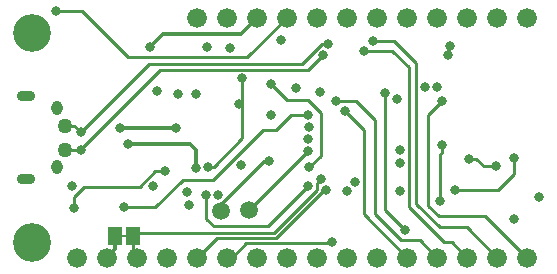
<source format=gbr>
%TF.GenerationSoftware,KiCad,Pcbnew,8.0.4-8.0.4-0~ubuntu22.04.1*%
%TF.CreationDate,2024-08-18T15:20:42-07:00*%
%TF.ProjectId,feather_M4_express,66656174-6865-4725-9f4d-345f65787072,rev?*%
%TF.SameCoordinates,Original*%
%TF.FileFunction,Copper,L4,Bot*%
%TF.FilePolarity,Positive*%
%FSLAX46Y46*%
G04 Gerber Fmt 4.6, Leading zero omitted, Abs format (unit mm)*
G04 Created by KiCad (PCBNEW 8.0.4-8.0.4-0~ubuntu22.04.1) date 2024-08-18 15:20:42*
%MOMM*%
%LPD*%
G01*
G04 APERTURE LIST*
G04 Aperture macros list*
%AMRoundRect*
0 Rectangle with rounded corners*
0 $1 Rounding radius*
0 $2 $3 $4 $5 $6 $7 $8 $9 X,Y pos of 4 corners*
0 Add a 4 corners polygon primitive as box body*
4,1,4,$2,$3,$4,$5,$6,$7,$8,$9,$2,$3,0*
0 Add four circle primitives for the rounded corners*
1,1,$1+$1,$2,$3*
1,1,$1+$1,$4,$5*
1,1,$1+$1,$6,$7*
1,1,$1+$1,$8,$9*
0 Add four rect primitives between the rounded corners*
20,1,$1+$1,$2,$3,$4,$5,0*
20,1,$1+$1,$4,$5,$6,$7,0*
20,1,$1+$1,$6,$7,$8,$9,0*
20,1,$1+$1,$8,$9,$2,$3,0*%
G04 Aperture macros list end*
%TA.AperFunction,ComponentPad*%
%ADD10O,1.550000X0.890000*%
%TD*%
%TA.AperFunction,ComponentPad*%
%ADD11O,0.950000X1.250000*%
%TD*%
%TA.AperFunction,ComponentPad*%
%ADD12C,3.200000*%
%TD*%
%TA.AperFunction,ComponentPad*%
%ADD13C,1.676400*%
%TD*%
%TA.AperFunction,SMDPad,CuDef*%
%ADD14RoundRect,0.750000X0.000010X0.000010X-0.000010X0.000010X-0.000010X-0.000010X0.000010X-0.000010X0*%
%TD*%
%TA.AperFunction,SMDPad,CuDef*%
%ADD15RoundRect,0.635000X0.000010X0.000010X-0.000010X0.000010X-0.000010X-0.000010X0.000010X-0.000010X0*%
%TD*%
%TA.AperFunction,SMDPad,CuDef*%
%ADD16R,1.168400X1.600200*%
%TD*%
%TA.AperFunction,SMDPad,CuDef*%
%ADD17R,0.635000X0.203200*%
%TD*%
%TA.AperFunction,ViaPad*%
%ADD18C,0.800000*%
%TD*%
%TA.AperFunction,ViaPad*%
%ADD19C,0.800100*%
%TD*%
%TA.AperFunction,ViaPad*%
%ADD20C,0.806400*%
%TD*%
%TA.AperFunction,Conductor*%
%ADD21C,0.254000*%
%TD*%
%TA.AperFunction,Conductor*%
%ADD22C,0.250000*%
%TD*%
%TA.AperFunction,Conductor*%
%ADD23C,0.304800*%
%TD*%
G04 APERTURE END LIST*
D10*
%TO.P,X3,6,Shield*%
%TO.N,GND*%
X206298800Y-134138200D03*
D11*
X208998800Y-135138200D03*
X208998800Y-140138200D03*
D10*
X206298800Y-141138200D03*
%TD*%
D12*
%TO.P,U$32,P$1*%
%TO.N,N/C*%
X206857600Y-146532600D03*
%TD*%
D13*
%TO.P,JP1,1,Pin_1*%
%TO.N,/D4*%
X248767600Y-147802600D03*
%TO.P,JP1,2,Pin_2*%
%TO.N,/TX_D1*%
X246227600Y-147802600D03*
%TO.P,JP1,3,Pin_3*%
%TO.N,/RX_D0*%
X243687600Y-147802600D03*
%TO.P,JP1,4,Pin_4*%
%TO.N,/MISO*%
X241147600Y-147802600D03*
%TO.P,JP1,5,Pin_5*%
%TO.N,/MOSI*%
X238607600Y-147802600D03*
%TO.P,JP1,6,Pin_6*%
%TO.N,/SCK*%
X236067600Y-147802600D03*
%TO.P,JP1,7,Pin_7*%
%TO.N,/A5*%
X233527600Y-147802600D03*
%TO.P,JP1,8,Pin_8*%
%TO.N,/A4*%
X230987600Y-147802600D03*
%TO.P,JP1,9,Pin_9*%
%TO.N,/A3*%
X228447600Y-147802600D03*
%TO.P,JP1,10,Pin_10*%
%TO.N,/A2*%
X225907600Y-147802600D03*
%TO.P,JP1,11,Pin_11*%
%TO.N,/A1*%
X223367600Y-147802600D03*
%TO.P,JP1,12,Pin_12*%
%TO.N,/A0*%
X220827600Y-147802600D03*
%TO.P,JP1,13,Pin_13*%
%TO.N,GND*%
X218287600Y-147802600D03*
%TO.P,JP1,14,Pin_14*%
%TO.N,/AREF*%
X215747600Y-147802600D03*
%TO.P,JP1,15,Pin_15*%
%TO.N,+3V3*%
X213207600Y-147802600D03*
%TO.P,JP1,16,Pin_16*%
%TO.N,/~{RESET}*%
X210667600Y-147802600D03*
%TD*%
D12*
%TO.P,P$2,P$1*%
%TO.N,N/C*%
X206883000Y-128778000D03*
%TD*%
D13*
%TO.P,JP3,1,Pin_1*%
%TO.N,VBAT*%
X220827600Y-127482600D03*
%TO.P,JP3,2,Pin_2*%
%TO.N,/EN*%
X223367600Y-127482600D03*
%TO.P,JP3,3,Pin_3*%
%TO.N,VBUS*%
X225907600Y-127482600D03*
%TO.P,JP3,4,Pin_4*%
%TO.N,/D13*%
X228447600Y-127482600D03*
%TO.P,JP3,5,Pin_5*%
%TO.N,/D12*%
X230987600Y-127482600D03*
%TO.P,JP3,6,Pin_6*%
%TO.N,/D11*%
X233527600Y-127482600D03*
%TO.P,JP3,7,Pin_7*%
%TO.N,/D10*%
X236067600Y-127482600D03*
%TO.P,JP3,8,Pin_8*%
%TO.N,/D9*%
X238607600Y-127482600D03*
%TO.P,JP3,9,Pin_9*%
%TO.N,/D6*%
X241147600Y-127482600D03*
%TO.P,JP3,10,Pin_10*%
%TO.N,/D5*%
X243687600Y-127482600D03*
%TO.P,JP3,11,Pin_11*%
%TO.N,/SCL*%
X246227600Y-127482600D03*
%TO.P,JP3,12,Pin_12*%
%TO.N,/SDA*%
X248767600Y-127482600D03*
%TD*%
D12*
%TO.P,P$1,P$1*%
%TO.N,N/C*%
X206857600Y-146507200D03*
%TD*%
D14*
%TO.P,TP2,P$1,P$1*%
%TO.N,/SWDIO*%
X225196400Y-143789400D03*
%TD*%
D15*
%TO.P,TP4,TP,TP*%
%TO.N,/D-*%
X209651600Y-136626600D03*
%TD*%
D14*
%TO.P,TP1,P$1,P$1*%
%TO.N,/SWCLK*%
X222859600Y-143865600D03*
%TD*%
D15*
%TO.P,TP3,TP,TP*%
%TO.N,/D+*%
X209651600Y-138658600D03*
%TD*%
D16*
%TO.P,SJ1,1,1*%
%TO.N,/AREF*%
X215430100Y-145961100D03*
%TO.P,SJ1,2,2*%
%TO.N,+3V3*%
X213906100Y-145961100D03*
D17*
%TO.P,SJ1,WIRE*%
%TO.N,N/C*%
X214668100Y-145961100D03*
%TD*%
D18*
%TO.N,GND*%
X227100466Y-135711336D03*
X220167200Y-143383900D03*
X210235800Y-141732200D03*
X247675400Y-144551400D03*
X230269300Y-136771900D03*
X223596200Y-130086000D03*
X233486400Y-142163800D03*
X217449400Y-133705600D03*
X220726000Y-133985000D03*
X217119200Y-141706600D03*
X249758200Y-142671800D03*
X238007600Y-138734800D03*
X219202000Y-133985000D03*
X241147600Y-133383300D03*
X231213400Y-133779000D03*
X240096600Y-133357900D03*
X222589210Y-142498256D03*
X227914200Y-129387600D03*
%TO.N,/~{RESET}*%
X230225600Y-135763000D03*
D19*
X214668100Y-143548100D03*
D18*
%TO.N,+3V3*%
X242038356Y-130647647D03*
X230248700Y-137771900D03*
X246167554Y-140085536D03*
X234197600Y-141376400D03*
D19*
X219955213Y-142231213D03*
D18*
X237972600Y-139771900D03*
X221640400Y-129971800D03*
X238007600Y-142138400D03*
X237744000Y-134366000D03*
D19*
X224510599Y-139928599D03*
D18*
X243865400Y-139446000D03*
X242265200Y-129860600D03*
X229209600Y-133451600D03*
%TO.N,/AREF*%
X231343200Y-141173200D03*
%TO.N,VBAT*%
X215007198Y-138150600D03*
X220751400Y-140182600D03*
D19*
%TO.N,VBUS*%
X216827100Y-129959100D03*
D18*
X214296700Y-136855200D03*
X219075000Y-136855200D03*
D20*
%TO.N,/A1*%
X232246630Y-146496230D03*
D18*
%TO.N,/D4*%
X241579400Y-134544900D03*
%TO.N,/MOSI*%
X233324400Y-135382000D03*
D20*
%TO.N,/TX_D1*%
X235733746Y-129467454D03*
%TO.N,/RX_D0*%
X234943600Y-130276600D03*
%TO.N,/MISO*%
X232562400Y-134543800D03*
%TO.N,/SCK*%
X238426600Y-145492700D03*
D18*
X236728000Y-133908800D03*
%TO.N,/A0*%
X231698800Y-142113000D03*
D19*
%TO.N,/D13*%
X208889600Y-126911100D03*
%TO.N,/EN*%
X224332800Y-134823200D03*
X221767400Y-140123948D03*
X224663000Y-132638800D03*
%TO.N,/D8_NEOPIX*%
X221589600Y-142468600D03*
D18*
X230225600Y-141746600D03*
D20*
%TO.N,/QSPI_CS*%
X241376200Y-143052800D03*
D18*
X241528600Y-138252200D03*
%TO.N,/V_DIV*%
X230327200Y-140157200D03*
X227074402Y-133082048D03*
%TO.N,Net-(U3-STAT)*%
X218109800Y-140512800D03*
D19*
X210413600Y-143611600D03*
D18*
%TO.N,/SWCLK*%
X226923600Y-139649200D03*
%TO.N,/SWDIO*%
X230251000Y-138785600D03*
D19*
%TO.N,/D+*%
X210985100Y-138658600D03*
D20*
X231495600Y-130657600D03*
D18*
%TO.N,/QSPI_DATA[0]*%
X242646200Y-142062200D03*
X247675400Y-139406800D03*
D19*
%TO.N,/D-*%
X210985100Y-137198100D03*
D20*
X231928244Y-129742356D03*
%TD*%
D21*
%TO.N,/~{RESET}*%
X228777800Y-135763000D02*
X227507800Y-137033000D01*
X230225600Y-135763000D02*
X228777800Y-135763000D01*
X219608400Y-141224000D02*
X217284300Y-143548100D01*
X222186004Y-141224000D02*
X219608400Y-141224000D01*
X217284300Y-143548100D02*
X214668100Y-143548100D01*
X227507800Y-137033000D02*
X226377004Y-137033000D01*
X226377004Y-137033000D02*
X222186004Y-141224000D01*
D22*
%TO.N,+3V3*%
X245114536Y-140085536D02*
X244475000Y-139446000D01*
X244475000Y-139446000D02*
X243865400Y-139446000D01*
D23*
X213906100Y-147104100D02*
X213207600Y-147802600D01*
X213906100Y-145961100D02*
X213906100Y-147104100D01*
D22*
X246167554Y-140085536D02*
X245114536Y-140085536D01*
D21*
%TO.N,/AREF*%
X230952600Y-142047734D02*
X227312234Y-145688100D01*
X231343200Y-141173200D02*
X230952600Y-141563800D01*
X230952600Y-141563800D02*
X230952600Y-142047734D01*
X227312234Y-145688100D02*
X215703100Y-145688100D01*
X215430100Y-145961100D02*
X215430100Y-147485100D01*
D23*
%TO.N,VBAT*%
X215007198Y-138150600D02*
X220218000Y-138150600D01*
X220751400Y-138684000D02*
X220218000Y-138150600D01*
X220751400Y-140182600D02*
X220751400Y-138684000D01*
%TO.N,VBUS*%
X216827100Y-129959100D02*
X217906600Y-128879600D01*
X214296700Y-136855200D02*
X219075000Y-136855200D01*
X224510600Y-128879600D02*
X225907600Y-127482600D01*
X217906600Y-128879600D02*
X224510600Y-128879600D01*
D21*
%TO.N,/A1*%
X224955100Y-146596100D02*
X223748600Y-147802600D01*
X232146760Y-146596100D02*
X224955100Y-146596100D01*
X232246630Y-146496230D02*
X232146760Y-146596100D01*
%TO.N,/D4*%
X240385600Y-143395700D02*
X241261900Y-144272000D01*
X241261900Y-144272000D02*
X245237000Y-144272000D01*
X245237000Y-144272000D02*
X248767600Y-147802600D01*
X240385600Y-135738700D02*
X240385600Y-143395700D01*
X241579400Y-134544900D02*
X240385600Y-135738700D01*
%TO.N,/MOSI*%
X233324400Y-135382000D02*
X234924600Y-136982200D01*
X234924600Y-136982200D02*
X234924600Y-144119600D01*
X234924600Y-144119600D02*
X238607600Y-147802600D01*
%TO.N,/TX_D1*%
X239395000Y-143230600D02*
X239395000Y-133684434D01*
X237524800Y-129463800D02*
X235737400Y-129463800D01*
X239395000Y-133684434D02*
X239369600Y-133659034D01*
X239369600Y-133056766D02*
X239395000Y-133031366D01*
X241376200Y-145211800D02*
X239395000Y-143230600D01*
X246227600Y-147802600D02*
X243636800Y-145211800D01*
X239395000Y-133031366D02*
X239395000Y-131334000D01*
X235737400Y-129463800D02*
X235733746Y-129467454D01*
X239369600Y-133659034D02*
X239369600Y-133056766D01*
X243636800Y-145211800D02*
X241376200Y-145211800D01*
X239395000Y-131334000D02*
X237524800Y-129463800D01*
%TO.N,/RX_D0*%
X242366800Y-146481800D02*
X243687600Y-147802600D01*
X237337600Y-130276600D02*
X238734600Y-131673600D01*
X234943600Y-130276600D02*
X237337600Y-130276600D01*
X238734600Y-131673600D02*
X238734600Y-143484600D01*
X238734600Y-143484600D02*
X241731800Y-146481800D01*
X241731800Y-146481800D02*
X242366800Y-146481800D01*
%TO.N,/MISO*%
X232562400Y-134543800D02*
X234264200Y-134543800D01*
X235889800Y-144145000D02*
X238099600Y-146354800D01*
X234264200Y-134543800D02*
X235889800Y-136169400D01*
X239699800Y-146354800D02*
X241147600Y-147802600D01*
X235889800Y-136169400D02*
X235889800Y-144145000D01*
X238099600Y-146354800D02*
X239699800Y-146354800D01*
%TO.N,/SCK*%
X236728000Y-133908800D02*
X236728000Y-143814800D01*
X238405900Y-145492700D02*
X238426600Y-145492700D01*
X236728000Y-143814800D02*
X238405900Y-145492700D01*
%TO.N,/A0*%
X231698800Y-142113000D02*
X231558929Y-142113000D01*
X231558929Y-142113000D02*
X227529829Y-146142100D01*
X222488100Y-146142100D02*
X220827600Y-147802600D01*
X227529829Y-146142100D02*
X222488100Y-146142100D01*
%TO.N,/D13*%
X225069400Y-130860800D02*
X228447600Y-127482600D01*
X211048600Y-126911100D02*
X214998300Y-130860800D01*
X214998300Y-130860800D02*
X225069400Y-130860800D01*
X208889600Y-126911100D02*
X211048600Y-126911100D01*
%TO.N,/EN*%
X222257852Y-140123948D02*
X224663000Y-137718800D01*
X224663000Y-132638800D02*
X224663000Y-134823200D01*
X221767400Y-140123948D02*
X222257852Y-140123948D01*
D22*
X224332800Y-134823200D02*
X224663000Y-134823200D01*
D21*
X224663000Y-137718800D02*
X224663000Y-134823200D01*
%TO.N,/D8_NEOPIX*%
X226847400Y-145135600D02*
X222224600Y-145135600D01*
X221588900Y-144499900D02*
X221588900Y-142467900D01*
X230225600Y-141746600D02*
X230225600Y-141757400D01*
X221588900Y-142467900D02*
X221589600Y-142468600D01*
X222224600Y-145135600D02*
X221588900Y-144499900D01*
X230225600Y-141757400D02*
X226847400Y-145135600D01*
%TO.N,/QSPI_CS*%
X241528600Y-138252200D02*
X241528600Y-138912600D01*
X241528600Y-138912600D02*
X241401600Y-139039600D01*
X241376200Y-143052800D02*
X241401600Y-143027400D01*
X241401600Y-143027400D02*
X241401600Y-139039600D01*
%TO.N,/V_DIV*%
X228459954Y-134467600D02*
X230251000Y-134467600D01*
X230251000Y-134467600D02*
X231317800Y-135534400D01*
X227074402Y-133082048D02*
X228459954Y-134467600D01*
X231317800Y-135534400D02*
X231317800Y-139166600D01*
X231317800Y-139166600D02*
X230327200Y-140157200D01*
%TO.N,Net-(U3-STAT)*%
X215950800Y-141859000D02*
X217297000Y-140512800D01*
X211226400Y-141859000D02*
X215950800Y-141859000D01*
X210413600Y-142671800D02*
X211226400Y-141859000D01*
X217297000Y-140512800D02*
X218109800Y-140512800D01*
X210413600Y-143611600D02*
X210413600Y-142671800D01*
%TO.N,/SWCLK*%
X226466400Y-139649200D02*
X226923600Y-139649200D01*
X222859600Y-143256000D02*
X226466400Y-139649200D01*
%TO.N,/SWDIO*%
X230251000Y-138785600D02*
X230200200Y-138785600D01*
X230200200Y-138785600D02*
X225196400Y-143789400D01*
%TO.N,/D+*%
X217668450Y-131911750D02*
X210985100Y-138595100D01*
X210985100Y-138595100D02*
X210985100Y-138658600D01*
X230241450Y-131911750D02*
X217668450Y-131911750D01*
X209651600Y-138658600D02*
X210985100Y-138658600D01*
X231495600Y-130657600D02*
X230241450Y-131911750D01*
%TO.N,/QSPI_DATA[0]*%
X242646200Y-142062200D02*
X246329200Y-142062200D01*
X246329200Y-142062200D02*
X247675400Y-140716000D01*
X247675400Y-140716000D02*
X247675400Y-139406800D01*
%TO.N,/D-*%
X231378185Y-129742356D02*
X229726341Y-131394200D01*
X209651600Y-136626600D02*
X210413600Y-136626600D01*
X210413600Y-136626600D02*
X210985100Y-137198100D01*
X231928244Y-129742356D02*
X231378185Y-129742356D01*
X216789000Y-131394200D02*
X210985100Y-137198100D01*
X229726341Y-131394200D02*
X216789000Y-131394200D01*
%TD*%
M02*

</source>
